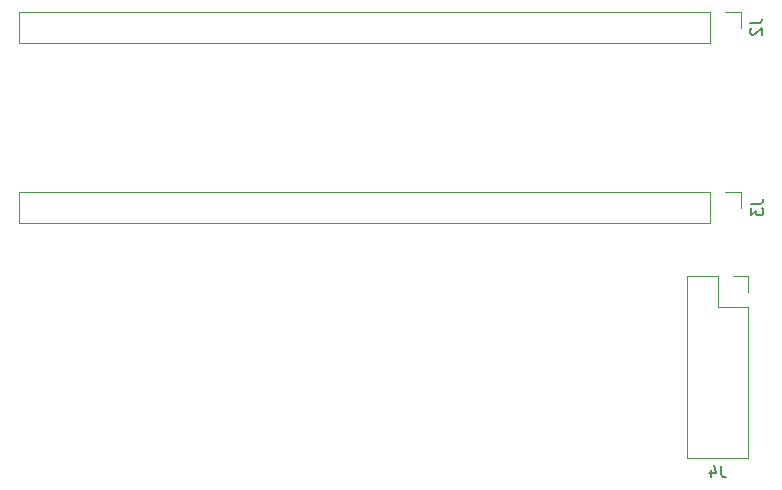
<source format=gbo>
G04 #@! TF.GenerationSoftware,KiCad,Pcbnew,(5.1.2-1)-1*
G04 #@! TF.CreationDate,2019-05-15T17:13:11-07:00*
G04 #@! TF.ProjectId,control_board,636f6e74-726f-46c5-9f62-6f6172642e6b,rev?*
G04 #@! TF.SameCoordinates,Original*
G04 #@! TF.FileFunction,Legend,Bot*
G04 #@! TF.FilePolarity,Positive*
%FSLAX46Y46*%
G04 Gerber Fmt 4.6, Leading zero omitted, Abs format (unit mm)*
G04 Created by KiCad (PCBNEW (5.1.2-1)-1) date 2019-05-15 17:13:11*
%MOMM*%
%LPD*%
G04 APERTURE LIST*
%ADD10C,0.120000*%
%ADD11C,0.150000*%
G04 APERTURE END LIST*
D10*
X219710000Y-61482000D02*
X219710000Y-58822000D01*
X219710000Y-61482000D02*
X161230000Y-61482000D01*
X161230000Y-61482000D02*
X161230000Y-58822000D01*
X219710000Y-58822000D02*
X161230000Y-58822000D01*
X222310000Y-58822000D02*
X220980000Y-58822000D01*
X222310000Y-60152000D02*
X222310000Y-58822000D01*
X222310000Y-44912000D02*
X222310000Y-43582000D01*
X222310000Y-43582000D02*
X220980000Y-43582000D01*
X219710000Y-43582000D02*
X161230000Y-43582000D01*
X161230000Y-46242000D02*
X161230000Y-43582000D01*
X219710000Y-46242000D02*
X161230000Y-46242000D01*
X219710000Y-46242000D02*
X219710000Y-43582000D01*
X222945000Y-65980000D02*
X221615000Y-65980000D01*
X222945000Y-67310000D02*
X222945000Y-65980000D01*
X220345000Y-65980000D02*
X217745000Y-65980000D01*
X220345000Y-68580000D02*
X220345000Y-65980000D01*
X222945000Y-68580000D02*
X220345000Y-68580000D01*
X217745000Y-65980000D02*
X217745000Y-81340000D01*
X222945000Y-68580000D02*
X222945000Y-81340000D01*
X222945000Y-81340000D02*
X217745000Y-81340000D01*
D11*
X223202380Y-59818666D02*
X223916666Y-59818666D01*
X224059523Y-59771047D01*
X224154761Y-59675809D01*
X224202380Y-59532952D01*
X224202380Y-59437714D01*
X223202380Y-60199619D02*
X223202380Y-60818666D01*
X223583333Y-60485333D01*
X223583333Y-60628190D01*
X223630952Y-60723428D01*
X223678571Y-60771047D01*
X223773809Y-60818666D01*
X224011904Y-60818666D01*
X224107142Y-60771047D01*
X224154761Y-60723428D01*
X224202380Y-60628190D01*
X224202380Y-60342476D01*
X224154761Y-60247238D01*
X224107142Y-60199619D01*
X223099380Y-44548466D02*
X223813666Y-44548466D01*
X223956523Y-44500847D01*
X224051761Y-44405609D01*
X224099380Y-44262752D01*
X224099380Y-44167514D01*
X223194619Y-44977038D02*
X223147000Y-45024657D01*
X223099380Y-45119895D01*
X223099380Y-45357990D01*
X223147000Y-45453228D01*
X223194619Y-45500847D01*
X223289857Y-45548466D01*
X223385095Y-45548466D01*
X223527952Y-45500847D01*
X224099380Y-44929419D01*
X224099380Y-45548466D01*
X220678333Y-82002380D02*
X220678333Y-82716666D01*
X220725952Y-82859523D01*
X220821190Y-82954761D01*
X220964047Y-83002380D01*
X221059285Y-83002380D01*
X219773571Y-82335714D02*
X219773571Y-83002380D01*
X220011666Y-81954761D02*
X220249761Y-82669047D01*
X219630714Y-82669047D01*
M02*

</source>
